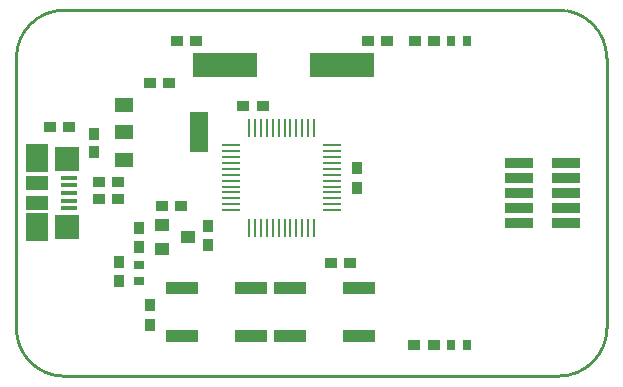
<source format=gtp>
%FSLAX25Y25*%
%MOIN*%
G70*
G01*
G75*
G04 Layer_Color=8421504*
%ADD10R,0.07600X0.04700*%
%ADD11R,0.07600X0.09500*%
%ADD12R,0.08400X0.08400*%
%ADD13R,0.05400X0.01600*%
%ADD14R,0.21654X0.07874*%
%ADD15R,0.04000X0.03500*%
%ADD16R,0.06400X0.13200*%
%ADD17R,0.06400X0.04800*%
%ADD18R,0.03500X0.04000*%
%ADD19R,0.03543X0.03150*%
%ADD20R,0.11000X0.04000*%
%ADD21R,0.03150X0.03543*%
%ADD22R,0.09600X0.03200*%
%ADD23R,0.06102X0.00984*%
%ADD24R,0.00984X0.06102*%
%ADD25R,0.04600X0.04000*%
%ADD26C,0.01000*%
%ADD27C,0.02000*%
%ADD28C,0.01500*%
%ADD29C,0.03000*%
%ADD30C,0.13600*%
%ADD31C,0.09000*%
%ADD32R,0.09000X0.09000*%
%ADD33C,0.02800*%
%ADD34C,0.00984*%
%ADD35C,0.00800*%
%ADD36C,0.00787*%
%ADD37C,0.00700*%
D10*
X106800Y157900D02*
D03*
Y164400D02*
D03*
D11*
Y172600D02*
D03*
Y149700D02*
D03*
D12*
X116900Y172400D02*
D03*
Y149800D02*
D03*
D13*
X117400Y155964D02*
D03*
Y158523D02*
D03*
Y161082D02*
D03*
Y163641D02*
D03*
Y166200D02*
D03*
D14*
X208588Y203900D02*
D03*
X169612D02*
D03*
D15*
X150756Y197700D02*
D03*
X144400D02*
D03*
X111144Y183100D02*
D03*
X117500D02*
D03*
X133900Y159200D02*
D03*
X127544D02*
D03*
X127500Y164600D02*
D03*
X133856D02*
D03*
X204900Y137800D02*
D03*
X211256D02*
D03*
X232700Y110300D02*
D03*
X239056D02*
D03*
X182056Y190100D02*
D03*
X175700D02*
D03*
X155000Y156900D02*
D03*
X148644D02*
D03*
X239100Y211700D02*
D03*
X232744D02*
D03*
X217344D02*
D03*
X223700D02*
D03*
X153544D02*
D03*
X159900D02*
D03*
D16*
X161000Y181300D02*
D03*
D17*
X135800D02*
D03*
Y190355D02*
D03*
Y172245D02*
D03*
D18*
X125900Y180656D02*
D03*
Y174700D02*
D03*
X134200Y131600D02*
D03*
Y137956D02*
D03*
X144600Y123600D02*
D03*
Y117244D02*
D03*
X213700Y169256D02*
D03*
Y162900D02*
D03*
X163800Y143700D02*
D03*
Y150056D02*
D03*
X141000Y149300D02*
D03*
Y142944D02*
D03*
D19*
Y131644D02*
D03*
Y137156D02*
D03*
D20*
X155300Y129300D02*
D03*
Y113300D02*
D03*
X178300Y129300D02*
D03*
Y113300D02*
D03*
X191100Y129300D02*
D03*
Y113300D02*
D03*
X214100Y129300D02*
D03*
Y113300D02*
D03*
D21*
X250256Y110300D02*
D03*
X244744D02*
D03*
X250256Y211700D02*
D03*
X244744D02*
D03*
D22*
X283200Y151000D02*
D03*
Y156000D02*
D03*
Y161000D02*
D03*
Y166000D02*
D03*
Y171000D02*
D03*
X267600Y151000D02*
D03*
Y156000D02*
D03*
Y161000D02*
D03*
Y166000D02*
D03*
Y171000D02*
D03*
D23*
X205100Y177027D02*
D03*
Y175058D02*
D03*
Y173090D02*
D03*
Y171121D02*
D03*
Y169153D02*
D03*
Y167184D02*
D03*
Y165216D02*
D03*
Y163247D02*
D03*
Y161279D02*
D03*
Y159310D02*
D03*
Y157342D02*
D03*
Y155373D02*
D03*
X171700D02*
D03*
Y157342D02*
D03*
Y159310D02*
D03*
Y161279D02*
D03*
Y163247D02*
D03*
Y165216D02*
D03*
Y167184D02*
D03*
Y169153D02*
D03*
Y171121D02*
D03*
Y173090D02*
D03*
Y175058D02*
D03*
Y177027D02*
D03*
D24*
X199227Y149500D02*
D03*
X197258D02*
D03*
X195290D02*
D03*
X193321D02*
D03*
X191353D02*
D03*
X189384D02*
D03*
X187416D02*
D03*
X185447D02*
D03*
X183479D02*
D03*
X181510D02*
D03*
X179542D02*
D03*
X177573D02*
D03*
Y182700D02*
D03*
X179542D02*
D03*
X181510D02*
D03*
X183479D02*
D03*
X185447D02*
D03*
X187416D02*
D03*
X189384D02*
D03*
X191353D02*
D03*
X193321D02*
D03*
X195290D02*
D03*
X197258D02*
D03*
X199227D02*
D03*
D25*
X148400Y150500D02*
D03*
Y142500D02*
D03*
X157100Y146500D02*
D03*
D26*
X116000Y222047D02*
G03*
X100000Y206000I0J-16000D01*
G01*
X99999Y116000D02*
G03*
X116000Y99999I16001J0D01*
G01*
X296803Y206000D02*
G03*
X280800Y222050I-16003J47D01*
G01*
Y100039D02*
G03*
X296861Y116100I0J16061D01*
G01*
X116000Y222047D02*
X280800D01*
X296850Y116100D02*
Y206000D01*
X100000Y116000D02*
Y206000D01*
X116000Y100000D02*
X280800D01*
M02*

</source>
